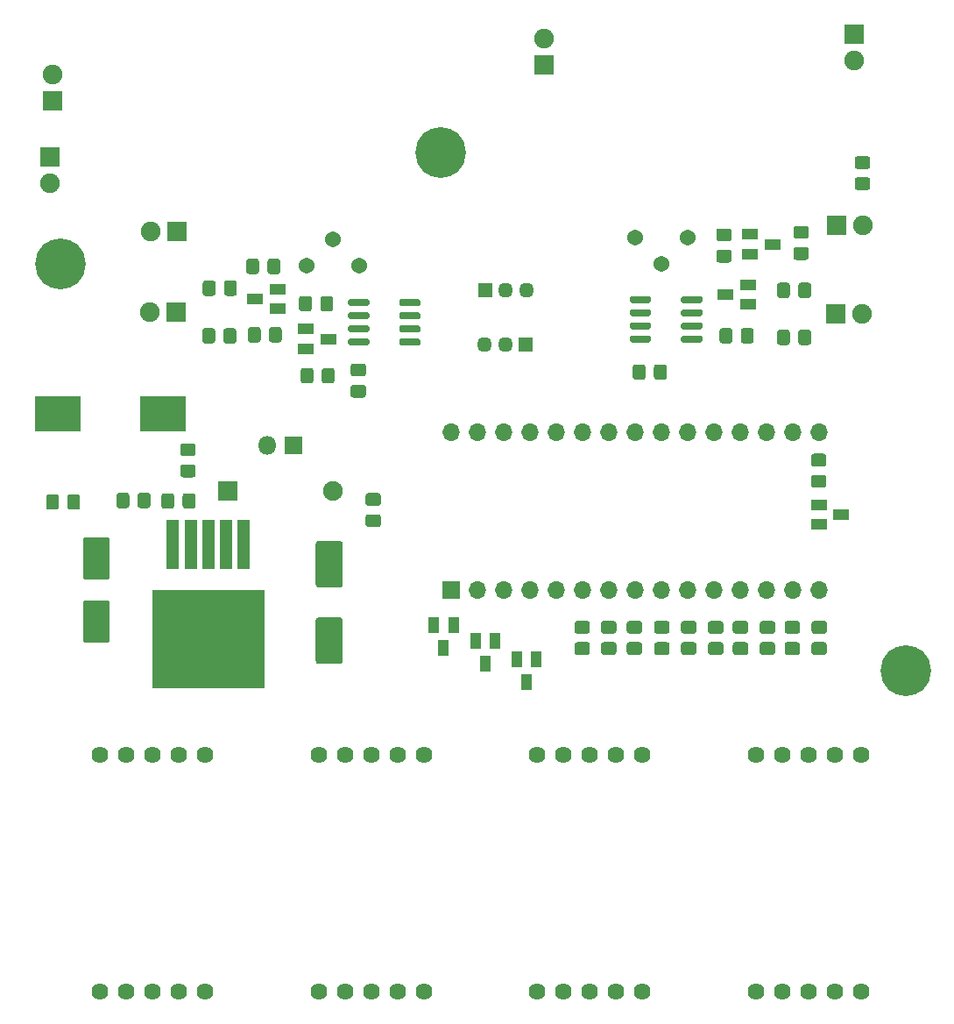
<source format=gbr>
%TF.GenerationSoftware,KiCad,Pcbnew,(5.1.6)-1*%
%TF.CreationDate,2020-12-04T16:37:21+02:00*%
%TF.ProjectId,Tahometrs,5461686f-6d65-4747-9273-2e6b69636164,rev?*%
%TF.SameCoordinates,Original*%
%TF.FileFunction,Soldermask,Top*%
%TF.FilePolarity,Negative*%
%FSLAX46Y46*%
G04 Gerber Fmt 4.6, Leading zero omitted, Abs format (unit mm)*
G04 Created by KiCad (PCBNEW (5.1.6)-1) date 2020-12-04 16:37:21*
%MOMM*%
%LPD*%
G01*
G04 APERTURE LIST*
%ADD10C,4.900000*%
%ADD11R,1.200000X4.700000*%
%ADD12R,10.900000X9.500000*%
%ADD13R,1.700000X1.700000*%
%ADD14O,1.700000X1.700000*%
%ADD15R,1.900000X1.900000*%
%ADD16C,1.900000*%
%ADD17O,1.900000X1.900000*%
%ADD18O,1.450000X1.450000*%
%ADD19R,1.450000X1.450000*%
%ADD20R,1.500000X1.100000*%
%ADD21C,1.540000*%
%ADD22R,1.100000X1.500000*%
%ADD23C,1.624000*%
%ADD24R,1.800000X1.800000*%
%ADD25O,1.800000X1.800000*%
%ADD26R,4.500000X3.500000*%
G04 APERTURE END LIST*
D10*
%TO.C,REF\u002A\u002A*%
X130750000Y-55750000D03*
%TD*%
%TO.C,REF\u002A\u002A*%
X167500000Y-45000000D03*
%TD*%
%TO.C,REF\u002A\u002A*%
X212500000Y-95000000D03*
%TD*%
%TO.C,C5*%
G36*
G01*
X203325000Y-57821738D02*
X203325000Y-58778262D01*
G75*
G02*
X203053262Y-59050000I-271738J0D01*
G01*
X202346738Y-59050000D01*
G75*
G02*
X202075000Y-58778262I0J271738D01*
G01*
X202075000Y-57821738D01*
G75*
G02*
X202346738Y-57550000I271738J0D01*
G01*
X203053262Y-57550000D01*
G75*
G02*
X203325000Y-57821738I0J-271738D01*
G01*
G37*
G36*
G01*
X201275000Y-57821738D02*
X201275000Y-58778262D01*
G75*
G02*
X201003262Y-59050000I-271738J0D01*
G01*
X200296738Y-59050000D01*
G75*
G02*
X200025000Y-58778262I0J271738D01*
G01*
X200025000Y-57821738D01*
G75*
G02*
X200296738Y-57550000I271738J0D01*
G01*
X201003262Y-57550000D01*
G75*
G02*
X201275000Y-57821738I0J-271738D01*
G01*
G37*
%TD*%
%TO.C,R1*%
G36*
G01*
X204578262Y-91475000D02*
X203621738Y-91475000D01*
G75*
G02*
X203350000Y-91203262I0J271738D01*
G01*
X203350000Y-90496738D01*
G75*
G02*
X203621738Y-90225000I271738J0D01*
G01*
X204578262Y-90225000D01*
G75*
G02*
X204850000Y-90496738I0J-271738D01*
G01*
X204850000Y-91203262D01*
G75*
G02*
X204578262Y-91475000I-271738J0D01*
G01*
G37*
G36*
G01*
X204578262Y-93525000D02*
X203621738Y-93525000D01*
G75*
G02*
X203350000Y-93253262I0J271738D01*
G01*
X203350000Y-92546738D01*
G75*
G02*
X203621738Y-92275000I271738J0D01*
G01*
X204578262Y-92275000D01*
G75*
G02*
X204850000Y-92546738I0J-271738D01*
G01*
X204850000Y-93253262D01*
G75*
G02*
X204578262Y-93525000I-271738J0D01*
G01*
G37*
%TD*%
%TO.C,R2*%
G36*
G01*
X201978262Y-93525000D02*
X201021738Y-93525000D01*
G75*
G02*
X200750000Y-93253262I0J271738D01*
G01*
X200750000Y-92546738D01*
G75*
G02*
X201021738Y-92275000I271738J0D01*
G01*
X201978262Y-92275000D01*
G75*
G02*
X202250000Y-92546738I0J-271738D01*
G01*
X202250000Y-93253262D01*
G75*
G02*
X201978262Y-93525000I-271738J0D01*
G01*
G37*
G36*
G01*
X201978262Y-91475000D02*
X201021738Y-91475000D01*
G75*
G02*
X200750000Y-91203262I0J271738D01*
G01*
X200750000Y-90496738D01*
G75*
G02*
X201021738Y-90225000I271738J0D01*
G01*
X201978262Y-90225000D01*
G75*
G02*
X202250000Y-90496738I0J-271738D01*
G01*
X202250000Y-91203262D01*
G75*
G02*
X201978262Y-91475000I-271738J0D01*
G01*
G37*
%TD*%
%TO.C,R3*%
G36*
G01*
X199578262Y-91475000D02*
X198621738Y-91475000D01*
G75*
G02*
X198350000Y-91203262I0J271738D01*
G01*
X198350000Y-90496738D01*
G75*
G02*
X198621738Y-90225000I271738J0D01*
G01*
X199578262Y-90225000D01*
G75*
G02*
X199850000Y-90496738I0J-271738D01*
G01*
X199850000Y-91203262D01*
G75*
G02*
X199578262Y-91475000I-271738J0D01*
G01*
G37*
G36*
G01*
X199578262Y-93525000D02*
X198621738Y-93525000D01*
G75*
G02*
X198350000Y-93253262I0J271738D01*
G01*
X198350000Y-92546738D01*
G75*
G02*
X198621738Y-92275000I271738J0D01*
G01*
X199578262Y-92275000D01*
G75*
G02*
X199850000Y-92546738I0J-271738D01*
G01*
X199850000Y-93253262D01*
G75*
G02*
X199578262Y-93525000I-271738J0D01*
G01*
G37*
%TD*%
%TO.C,R4*%
G36*
G01*
X196978262Y-93525000D02*
X196021738Y-93525000D01*
G75*
G02*
X195750000Y-93253262I0J271738D01*
G01*
X195750000Y-92546738D01*
G75*
G02*
X196021738Y-92275000I271738J0D01*
G01*
X196978262Y-92275000D01*
G75*
G02*
X197250000Y-92546738I0J-271738D01*
G01*
X197250000Y-93253262D01*
G75*
G02*
X196978262Y-93525000I-271738J0D01*
G01*
G37*
G36*
G01*
X196978262Y-91475000D02*
X196021738Y-91475000D01*
G75*
G02*
X195750000Y-91203262I0J271738D01*
G01*
X195750000Y-90496738D01*
G75*
G02*
X196021738Y-90225000I271738J0D01*
G01*
X196978262Y-90225000D01*
G75*
G02*
X197250000Y-90496738I0J-271738D01*
G01*
X197250000Y-91203262D01*
G75*
G02*
X196978262Y-91475000I-271738J0D01*
G01*
G37*
%TD*%
%TO.C,R5*%
G36*
G01*
X194578262Y-93525000D02*
X193621738Y-93525000D01*
G75*
G02*
X193350000Y-93253262I0J271738D01*
G01*
X193350000Y-92546738D01*
G75*
G02*
X193621738Y-92275000I271738J0D01*
G01*
X194578262Y-92275000D01*
G75*
G02*
X194850000Y-92546738I0J-271738D01*
G01*
X194850000Y-93253262D01*
G75*
G02*
X194578262Y-93525000I-271738J0D01*
G01*
G37*
G36*
G01*
X194578262Y-91475000D02*
X193621738Y-91475000D01*
G75*
G02*
X193350000Y-91203262I0J271738D01*
G01*
X193350000Y-90496738D01*
G75*
G02*
X193621738Y-90225000I271738J0D01*
G01*
X194578262Y-90225000D01*
G75*
G02*
X194850000Y-90496738I0J-271738D01*
G01*
X194850000Y-91203262D01*
G75*
G02*
X194578262Y-91475000I-271738J0D01*
G01*
G37*
%TD*%
%TO.C,R6*%
G36*
G01*
X191978262Y-91475000D02*
X191021738Y-91475000D01*
G75*
G02*
X190750000Y-91203262I0J271738D01*
G01*
X190750000Y-90496738D01*
G75*
G02*
X191021738Y-90225000I271738J0D01*
G01*
X191978262Y-90225000D01*
G75*
G02*
X192250000Y-90496738I0J-271738D01*
G01*
X192250000Y-91203262D01*
G75*
G02*
X191978262Y-91475000I-271738J0D01*
G01*
G37*
G36*
G01*
X191978262Y-93525000D02*
X191021738Y-93525000D01*
G75*
G02*
X190750000Y-93253262I0J271738D01*
G01*
X190750000Y-92546738D01*
G75*
G02*
X191021738Y-92275000I271738J0D01*
G01*
X191978262Y-92275000D01*
G75*
G02*
X192250000Y-92546738I0J-271738D01*
G01*
X192250000Y-93253262D01*
G75*
G02*
X191978262Y-93525000I-271738J0D01*
G01*
G37*
%TD*%
%TO.C,R7*%
G36*
G01*
X189378262Y-93525000D02*
X188421738Y-93525000D01*
G75*
G02*
X188150000Y-93253262I0J271738D01*
G01*
X188150000Y-92546738D01*
G75*
G02*
X188421738Y-92275000I271738J0D01*
G01*
X189378262Y-92275000D01*
G75*
G02*
X189650000Y-92546738I0J-271738D01*
G01*
X189650000Y-93253262D01*
G75*
G02*
X189378262Y-93525000I-271738J0D01*
G01*
G37*
G36*
G01*
X189378262Y-91475000D02*
X188421738Y-91475000D01*
G75*
G02*
X188150000Y-91203262I0J271738D01*
G01*
X188150000Y-90496738D01*
G75*
G02*
X188421738Y-90225000I271738J0D01*
G01*
X189378262Y-90225000D01*
G75*
G02*
X189650000Y-90496738I0J-271738D01*
G01*
X189650000Y-91203262D01*
G75*
G02*
X189378262Y-91475000I-271738J0D01*
G01*
G37*
%TD*%
%TO.C,R17*%
G36*
G01*
X208758262Y-48640000D02*
X207801738Y-48640000D01*
G75*
G02*
X207530000Y-48368262I0J271738D01*
G01*
X207530000Y-47661738D01*
G75*
G02*
X207801738Y-47390000I271738J0D01*
G01*
X208758262Y-47390000D01*
G75*
G02*
X209030000Y-47661738I0J-271738D01*
G01*
X209030000Y-48368262D01*
G75*
G02*
X208758262Y-48640000I-271738J0D01*
G01*
G37*
G36*
G01*
X208758262Y-46590000D02*
X207801738Y-46590000D01*
G75*
G02*
X207530000Y-46318262I0J271738D01*
G01*
X207530000Y-45611738D01*
G75*
G02*
X207801738Y-45340000I271738J0D01*
G01*
X208758262Y-45340000D01*
G75*
G02*
X209030000Y-45611738I0J-271738D01*
G01*
X209030000Y-46318262D01*
G75*
G02*
X208758262Y-46590000I-271738J0D01*
G01*
G37*
%TD*%
%TO.C,R19*%
G36*
G01*
X188125000Y-66678262D02*
X188125000Y-65721738D01*
G75*
G02*
X188396738Y-65450000I271738J0D01*
G01*
X189103262Y-65450000D01*
G75*
G02*
X189375000Y-65721738I0J-271738D01*
G01*
X189375000Y-66678262D01*
G75*
G02*
X189103262Y-66950000I-271738J0D01*
G01*
X188396738Y-66950000D01*
G75*
G02*
X188125000Y-66678262I0J271738D01*
G01*
G37*
G36*
G01*
X186075000Y-66678262D02*
X186075000Y-65721738D01*
G75*
G02*
X186346738Y-65450000I271738J0D01*
G01*
X187053262Y-65450000D01*
G75*
G02*
X187325000Y-65721738I0J-271738D01*
G01*
X187325000Y-66678262D01*
G75*
G02*
X187053262Y-66950000I-271738J0D01*
G01*
X186346738Y-66950000D01*
G75*
G02*
X186075000Y-66678262I0J271738D01*
G01*
G37*
%TD*%
D11*
%TO.C,U4*%
X148450000Y-82825000D03*
X146750000Y-82825000D03*
X145050000Y-82825000D03*
X143350000Y-82825000D03*
X141650000Y-82825000D03*
D12*
X145050000Y-91975000D03*
%TD*%
%TO.C,U7*%
G36*
G01*
X185800000Y-59370000D02*
X185800000Y-59020000D01*
G75*
G02*
X185975000Y-58845000I175000J0D01*
G01*
X187675000Y-58845000D01*
G75*
G02*
X187850000Y-59020000I0J-175000D01*
G01*
X187850000Y-59370000D01*
G75*
G02*
X187675000Y-59545000I-175000J0D01*
G01*
X185975000Y-59545000D01*
G75*
G02*
X185800000Y-59370000I0J175000D01*
G01*
G37*
G36*
G01*
X185800000Y-60640000D02*
X185800000Y-60290000D01*
G75*
G02*
X185975000Y-60115000I175000J0D01*
G01*
X187675000Y-60115000D01*
G75*
G02*
X187850000Y-60290000I0J-175000D01*
G01*
X187850000Y-60640000D01*
G75*
G02*
X187675000Y-60815000I-175000J0D01*
G01*
X185975000Y-60815000D01*
G75*
G02*
X185800000Y-60640000I0J175000D01*
G01*
G37*
G36*
G01*
X185800000Y-61910000D02*
X185800000Y-61560000D01*
G75*
G02*
X185975000Y-61385000I175000J0D01*
G01*
X187675000Y-61385000D01*
G75*
G02*
X187850000Y-61560000I0J-175000D01*
G01*
X187850000Y-61910000D01*
G75*
G02*
X187675000Y-62085000I-175000J0D01*
G01*
X185975000Y-62085000D01*
G75*
G02*
X185800000Y-61910000I0J175000D01*
G01*
G37*
G36*
G01*
X185800000Y-63180000D02*
X185800000Y-62830000D01*
G75*
G02*
X185975000Y-62655000I175000J0D01*
G01*
X187675000Y-62655000D01*
G75*
G02*
X187850000Y-62830000I0J-175000D01*
G01*
X187850000Y-63180000D01*
G75*
G02*
X187675000Y-63355000I-175000J0D01*
G01*
X185975000Y-63355000D01*
G75*
G02*
X185800000Y-63180000I0J175000D01*
G01*
G37*
G36*
G01*
X190750000Y-63180000D02*
X190750000Y-62830000D01*
G75*
G02*
X190925000Y-62655000I175000J0D01*
G01*
X192625000Y-62655000D01*
G75*
G02*
X192800000Y-62830000I0J-175000D01*
G01*
X192800000Y-63180000D01*
G75*
G02*
X192625000Y-63355000I-175000J0D01*
G01*
X190925000Y-63355000D01*
G75*
G02*
X190750000Y-63180000I0J175000D01*
G01*
G37*
G36*
G01*
X190750000Y-61910000D02*
X190750000Y-61560000D01*
G75*
G02*
X190925000Y-61385000I175000J0D01*
G01*
X192625000Y-61385000D01*
G75*
G02*
X192800000Y-61560000I0J-175000D01*
G01*
X192800000Y-61910000D01*
G75*
G02*
X192625000Y-62085000I-175000J0D01*
G01*
X190925000Y-62085000D01*
G75*
G02*
X190750000Y-61910000I0J175000D01*
G01*
G37*
G36*
G01*
X190750000Y-60640000D02*
X190750000Y-60290000D01*
G75*
G02*
X190925000Y-60115000I175000J0D01*
G01*
X192625000Y-60115000D01*
G75*
G02*
X192800000Y-60290000I0J-175000D01*
G01*
X192800000Y-60640000D01*
G75*
G02*
X192625000Y-60815000I-175000J0D01*
G01*
X190925000Y-60815000D01*
G75*
G02*
X190750000Y-60640000I0J175000D01*
G01*
G37*
G36*
G01*
X190750000Y-59370000D02*
X190750000Y-59020000D01*
G75*
G02*
X190925000Y-58845000I175000J0D01*
G01*
X192625000Y-58845000D01*
G75*
G02*
X192800000Y-59020000I0J-175000D01*
G01*
X192800000Y-59370000D01*
G75*
G02*
X192625000Y-59545000I-175000J0D01*
G01*
X190925000Y-59545000D01*
G75*
G02*
X190750000Y-59370000I0J175000D01*
G01*
G37*
%TD*%
D13*
%TO.C,A1*%
X168500000Y-87250000D03*
D14*
X201520000Y-72010000D03*
X171040000Y-87250000D03*
X198980000Y-72010000D03*
X173580000Y-87250000D03*
X196440000Y-72010000D03*
X176120000Y-87250000D03*
X193900000Y-72010000D03*
X178660000Y-87250000D03*
X191360000Y-72010000D03*
X181200000Y-87250000D03*
X188820000Y-72010000D03*
X183740000Y-87250000D03*
X186280000Y-72010000D03*
X186280000Y-87250000D03*
X183740000Y-72010000D03*
X188820000Y-87250000D03*
X181200000Y-72010000D03*
X191360000Y-87250000D03*
X178660000Y-72010000D03*
X193900000Y-87250000D03*
X176120000Y-72010000D03*
X196440000Y-87250000D03*
X173580000Y-72010000D03*
X198980000Y-87250000D03*
X171040000Y-72010000D03*
X201520000Y-87250000D03*
X168500000Y-72010000D03*
X204060000Y-87250000D03*
X204060000Y-72010000D03*
%TD*%
%TO.C,C1*%
G36*
G01*
X155710000Y-82500000D02*
X157790000Y-82500000D01*
G75*
G02*
X158050000Y-82760000I0J-260000D01*
G01*
X158050000Y-86740000D01*
G75*
G02*
X157790000Y-87000000I-260000J0D01*
G01*
X155710000Y-87000000D01*
G75*
G02*
X155450000Y-86740000I0J260000D01*
G01*
X155450000Y-82760000D01*
G75*
G02*
X155710000Y-82500000I260000J0D01*
G01*
G37*
G36*
G01*
X155710000Y-89900000D02*
X157790000Y-89900000D01*
G75*
G02*
X158050000Y-90160000I0J-260000D01*
G01*
X158050000Y-94140000D01*
G75*
G02*
X157790000Y-94400000I-260000J0D01*
G01*
X155710000Y-94400000D01*
G75*
G02*
X155450000Y-94140000I0J260000D01*
G01*
X155450000Y-90160000D01*
G75*
G02*
X155710000Y-89900000I260000J0D01*
G01*
G37*
%TD*%
%TO.C,C2*%
G36*
G01*
X133210000Y-82150000D02*
X135290000Y-82150000D01*
G75*
G02*
X135550000Y-82410000I0J-260000D01*
G01*
X135550000Y-85990000D01*
G75*
G02*
X135290000Y-86250000I-260000J0D01*
G01*
X133210000Y-86250000D01*
G75*
G02*
X132950000Y-85990000I0J260000D01*
G01*
X132950000Y-82410000D01*
G75*
G02*
X133210000Y-82150000I260000J0D01*
G01*
G37*
G36*
G01*
X133210000Y-88250000D02*
X135290000Y-88250000D01*
G75*
G02*
X135550000Y-88510000I0J-260000D01*
G01*
X135550000Y-92090000D01*
G75*
G02*
X135290000Y-92350000I-260000J0D01*
G01*
X133210000Y-92350000D01*
G75*
G02*
X132950000Y-92090000I0J260000D01*
G01*
X132950000Y-88510000D01*
G75*
G02*
X133210000Y-88250000I260000J0D01*
G01*
G37*
%TD*%
%TO.C,C4*%
G36*
G01*
X144525000Y-58578262D02*
X144525000Y-57621738D01*
G75*
G02*
X144796738Y-57350000I271738J0D01*
G01*
X145503262Y-57350000D01*
G75*
G02*
X145775000Y-57621738I0J-271738D01*
G01*
X145775000Y-58578262D01*
G75*
G02*
X145503262Y-58850000I-271738J0D01*
G01*
X144796738Y-58850000D01*
G75*
G02*
X144525000Y-58578262I0J271738D01*
G01*
G37*
G36*
G01*
X146575000Y-58578262D02*
X146575000Y-57621738D01*
G75*
G02*
X146846738Y-57350000I271738J0D01*
G01*
X147553262Y-57350000D01*
G75*
G02*
X147825000Y-57621738I0J-271738D01*
G01*
X147825000Y-58578262D01*
G75*
G02*
X147553262Y-58850000I-271738J0D01*
G01*
X146846738Y-58850000D01*
G75*
G02*
X146575000Y-58578262I0J271738D01*
G01*
G37*
%TD*%
D15*
%TO.C,D2*%
X205710000Y-60550000D03*
D16*
X208250000Y-60550000D03*
%TD*%
%TO.C,D3*%
X130000000Y-37460000D03*
D15*
X130000000Y-40000000D03*
%TD*%
D16*
%TO.C,D4*%
X207500000Y-36100000D03*
D15*
X207500000Y-33560000D03*
%TD*%
%TO.C,D5*%
X146900000Y-77650000D03*
D17*
X157060000Y-77650000D03*
%TD*%
D18*
%TO.C,J1*%
X175800000Y-58250000D03*
X173800000Y-58250000D03*
D19*
X171800000Y-58250000D03*
%TD*%
%TO.C,J3*%
X175750000Y-63550000D03*
D18*
X173750000Y-63550000D03*
X171750000Y-63550000D03*
%TD*%
D20*
%TO.C,Q7*%
X149550000Y-59150000D03*
X151750000Y-58200000D03*
X151750000Y-60100000D03*
%TD*%
%TO.C,Q8*%
X197400000Y-52900000D03*
X197400000Y-54800000D03*
X199600000Y-53850000D03*
%TD*%
%TO.C,Q9*%
X154450000Y-62050000D03*
X154450000Y-63950000D03*
X156650000Y-63000000D03*
%TD*%
%TO.C,Q10*%
X195000000Y-58700000D03*
X197200000Y-57750000D03*
X197200000Y-59650000D03*
%TD*%
%TO.C,R8*%
G36*
G01*
X186728262Y-91475000D02*
X185771738Y-91475000D01*
G75*
G02*
X185500000Y-91203262I0J271738D01*
G01*
X185500000Y-90496738D01*
G75*
G02*
X185771738Y-90225000I271738J0D01*
G01*
X186728262Y-90225000D01*
G75*
G02*
X187000000Y-90496738I0J-271738D01*
G01*
X187000000Y-91203262D01*
G75*
G02*
X186728262Y-91475000I-271738J0D01*
G01*
G37*
G36*
G01*
X186728262Y-93525000D02*
X185771738Y-93525000D01*
G75*
G02*
X185500000Y-93253262I0J271738D01*
G01*
X185500000Y-92546738D01*
G75*
G02*
X185771738Y-92275000I271738J0D01*
G01*
X186728262Y-92275000D01*
G75*
G02*
X187000000Y-92546738I0J-271738D01*
G01*
X187000000Y-93253262D01*
G75*
G02*
X186728262Y-93525000I-271738J0D01*
G01*
G37*
%TD*%
%TO.C,R9*%
G36*
G01*
X184228262Y-93525000D02*
X183271738Y-93525000D01*
G75*
G02*
X183000000Y-93253262I0J271738D01*
G01*
X183000000Y-92546738D01*
G75*
G02*
X183271738Y-92275000I271738J0D01*
G01*
X184228262Y-92275000D01*
G75*
G02*
X184500000Y-92546738I0J-271738D01*
G01*
X184500000Y-93253262D01*
G75*
G02*
X184228262Y-93525000I-271738J0D01*
G01*
G37*
G36*
G01*
X184228262Y-91475000D02*
X183271738Y-91475000D01*
G75*
G02*
X183000000Y-91203262I0J271738D01*
G01*
X183000000Y-90496738D01*
G75*
G02*
X183271738Y-90225000I271738J0D01*
G01*
X184228262Y-90225000D01*
G75*
G02*
X184500000Y-90496738I0J-271738D01*
G01*
X184500000Y-91203262D01*
G75*
G02*
X184228262Y-91475000I-271738J0D01*
G01*
G37*
%TD*%
%TO.C,R10*%
G36*
G01*
X181678262Y-91475000D02*
X180721738Y-91475000D01*
G75*
G02*
X180450000Y-91203262I0J271738D01*
G01*
X180450000Y-90496738D01*
G75*
G02*
X180721738Y-90225000I271738J0D01*
G01*
X181678262Y-90225000D01*
G75*
G02*
X181950000Y-90496738I0J-271738D01*
G01*
X181950000Y-91203262D01*
G75*
G02*
X181678262Y-91475000I-271738J0D01*
G01*
G37*
G36*
G01*
X181678262Y-93525000D02*
X180721738Y-93525000D01*
G75*
G02*
X180450000Y-93253262I0J271738D01*
G01*
X180450000Y-92546738D01*
G75*
G02*
X180721738Y-92275000I271738J0D01*
G01*
X181678262Y-92275000D01*
G75*
G02*
X181950000Y-92546738I0J-271738D01*
G01*
X181950000Y-93253262D01*
G75*
G02*
X181678262Y-93525000I-271738J0D01*
G01*
G37*
%TD*%
%TO.C,R11*%
G36*
G01*
X142621738Y-73075000D02*
X143578262Y-73075000D01*
G75*
G02*
X143850000Y-73346738I0J-271738D01*
G01*
X143850000Y-74053262D01*
G75*
G02*
X143578262Y-74325000I-271738J0D01*
G01*
X142621738Y-74325000D01*
G75*
G02*
X142350000Y-74053262I0J271738D01*
G01*
X142350000Y-73346738D01*
G75*
G02*
X142621738Y-73075000I271738J0D01*
G01*
G37*
G36*
G01*
X142621738Y-75125000D02*
X143578262Y-75125000D01*
G75*
G02*
X143850000Y-75396738I0J-271738D01*
G01*
X143850000Y-76103262D01*
G75*
G02*
X143578262Y-76375000I-271738J0D01*
G01*
X142621738Y-76375000D01*
G75*
G02*
X142350000Y-76103262I0J271738D01*
G01*
X142350000Y-75396738D01*
G75*
G02*
X142621738Y-75125000I271738J0D01*
G01*
G37*
%TD*%
%TO.C,R12*%
G36*
G01*
X142575000Y-79128262D02*
X142575000Y-78171738D01*
G75*
G02*
X142846738Y-77900000I271738J0D01*
G01*
X143553262Y-77900000D01*
G75*
G02*
X143825000Y-78171738I0J-271738D01*
G01*
X143825000Y-79128262D01*
G75*
G02*
X143553262Y-79400000I-271738J0D01*
G01*
X142846738Y-79400000D01*
G75*
G02*
X142575000Y-79128262I0J271738D01*
G01*
G37*
G36*
G01*
X140525000Y-79128262D02*
X140525000Y-78171738D01*
G75*
G02*
X140796738Y-77900000I271738J0D01*
G01*
X141503262Y-77900000D01*
G75*
G02*
X141775000Y-78171738I0J-271738D01*
G01*
X141775000Y-79128262D01*
G75*
G02*
X141503262Y-79400000I-271738J0D01*
G01*
X140796738Y-79400000D01*
G75*
G02*
X140525000Y-79128262I0J271738D01*
G01*
G37*
%TD*%
%TO.C,R13*%
G36*
G01*
X204528262Y-77375000D02*
X203571738Y-77375000D01*
G75*
G02*
X203300000Y-77103262I0J271738D01*
G01*
X203300000Y-76396738D01*
G75*
G02*
X203571738Y-76125000I271738J0D01*
G01*
X204528262Y-76125000D01*
G75*
G02*
X204800000Y-76396738I0J-271738D01*
G01*
X204800000Y-77103262D01*
G75*
G02*
X204528262Y-77375000I-271738J0D01*
G01*
G37*
G36*
G01*
X204528262Y-75325000D02*
X203571738Y-75325000D01*
G75*
G02*
X203300000Y-75053262I0J271738D01*
G01*
X203300000Y-74346738D01*
G75*
G02*
X203571738Y-74075000I271738J0D01*
G01*
X204528262Y-74075000D01*
G75*
G02*
X204800000Y-74346738I0J-271738D01*
G01*
X204800000Y-75053262D01*
G75*
G02*
X204528262Y-75325000I-271738J0D01*
G01*
G37*
%TD*%
%TO.C,R14*%
G36*
G01*
X144475000Y-63178262D02*
X144475000Y-62221738D01*
G75*
G02*
X144746738Y-61950000I271738J0D01*
G01*
X145453262Y-61950000D01*
G75*
G02*
X145725000Y-62221738I0J-271738D01*
G01*
X145725000Y-63178262D01*
G75*
G02*
X145453262Y-63450000I-271738J0D01*
G01*
X144746738Y-63450000D01*
G75*
G02*
X144475000Y-63178262I0J271738D01*
G01*
G37*
G36*
G01*
X146525000Y-63178262D02*
X146525000Y-62221738D01*
G75*
G02*
X146796738Y-61950000I271738J0D01*
G01*
X147503262Y-61950000D01*
G75*
G02*
X147775000Y-62221738I0J-271738D01*
G01*
X147775000Y-63178262D01*
G75*
G02*
X147503262Y-63450000I-271738J0D01*
G01*
X146796738Y-63450000D01*
G75*
G02*
X146525000Y-63178262I0J271738D01*
G01*
G37*
%TD*%
%TO.C,R15*%
G36*
G01*
X201275000Y-62371738D02*
X201275000Y-63328262D01*
G75*
G02*
X201003262Y-63600000I-271738J0D01*
G01*
X200296738Y-63600000D01*
G75*
G02*
X200025000Y-63328262I0J271738D01*
G01*
X200025000Y-62371738D01*
G75*
G02*
X200296738Y-62100000I271738J0D01*
G01*
X201003262Y-62100000D01*
G75*
G02*
X201275000Y-62371738I0J-271738D01*
G01*
G37*
G36*
G01*
X203325000Y-62371738D02*
X203325000Y-63328262D01*
G75*
G02*
X203053262Y-63600000I-271738J0D01*
G01*
X202346738Y-63600000D01*
G75*
G02*
X202075000Y-63328262I0J271738D01*
G01*
X202075000Y-62371738D01*
G75*
G02*
X202346738Y-62100000I271738J0D01*
G01*
X203053262Y-62100000D01*
G75*
G02*
X203325000Y-62371738I0J-271738D01*
G01*
G37*
%TD*%
%TO.C,R16*%
G36*
G01*
X156025000Y-67028262D02*
X156025000Y-66071738D01*
G75*
G02*
X156296738Y-65800000I271738J0D01*
G01*
X157003262Y-65800000D01*
G75*
G02*
X157275000Y-66071738I0J-271738D01*
G01*
X157275000Y-67028262D01*
G75*
G02*
X157003262Y-67300000I-271738J0D01*
G01*
X156296738Y-67300000D01*
G75*
G02*
X156025000Y-67028262I0J271738D01*
G01*
G37*
G36*
G01*
X153975000Y-67028262D02*
X153975000Y-66071738D01*
G75*
G02*
X154246738Y-65800000I271738J0D01*
G01*
X154953262Y-65800000D01*
G75*
G02*
X155225000Y-66071738I0J-271738D01*
G01*
X155225000Y-67028262D01*
G75*
G02*
X154953262Y-67300000I-271738J0D01*
G01*
X154246738Y-67300000D01*
G75*
G02*
X153975000Y-67028262I0J271738D01*
G01*
G37*
%TD*%
%TO.C,R18*%
G36*
G01*
X159071738Y-65375000D02*
X160028262Y-65375000D01*
G75*
G02*
X160300000Y-65646738I0J-271738D01*
G01*
X160300000Y-66353262D01*
G75*
G02*
X160028262Y-66625000I-271738J0D01*
G01*
X159071738Y-66625000D01*
G75*
G02*
X158800000Y-66353262I0J271738D01*
G01*
X158800000Y-65646738D01*
G75*
G02*
X159071738Y-65375000I271738J0D01*
G01*
G37*
G36*
G01*
X159071738Y-67425000D02*
X160028262Y-67425000D01*
G75*
G02*
X160300000Y-67696738I0J-271738D01*
G01*
X160300000Y-68403262D01*
G75*
G02*
X160028262Y-68675000I-271738J0D01*
G01*
X159071738Y-68675000D01*
G75*
G02*
X158800000Y-68403262I0J271738D01*
G01*
X158800000Y-67696738D01*
G75*
G02*
X159071738Y-67425000I271738J0D01*
G01*
G37*
%TD*%
%TO.C,R20*%
G36*
G01*
X136175000Y-79078262D02*
X136175000Y-78121738D01*
G75*
G02*
X136446738Y-77850000I271738J0D01*
G01*
X137153262Y-77850000D01*
G75*
G02*
X137425000Y-78121738I0J-271738D01*
G01*
X137425000Y-79078262D01*
G75*
G02*
X137153262Y-79350000I-271738J0D01*
G01*
X136446738Y-79350000D01*
G75*
G02*
X136175000Y-79078262I0J271738D01*
G01*
G37*
G36*
G01*
X138225000Y-79078262D02*
X138225000Y-78121738D01*
G75*
G02*
X138496738Y-77850000I271738J0D01*
G01*
X139203262Y-77850000D01*
G75*
G02*
X139475000Y-78121738I0J-271738D01*
G01*
X139475000Y-79078262D01*
G75*
G02*
X139203262Y-79350000I-271738J0D01*
G01*
X138496738Y-79350000D01*
G75*
G02*
X138225000Y-79078262I0J271738D01*
G01*
G37*
%TD*%
%TO.C,R21*%
G36*
G01*
X155875000Y-60078262D02*
X155875000Y-59121738D01*
G75*
G02*
X156146738Y-58850000I271738J0D01*
G01*
X156853262Y-58850000D01*
G75*
G02*
X157125000Y-59121738I0J-271738D01*
G01*
X157125000Y-60078262D01*
G75*
G02*
X156853262Y-60350000I-271738J0D01*
G01*
X156146738Y-60350000D01*
G75*
G02*
X155875000Y-60078262I0J271738D01*
G01*
G37*
G36*
G01*
X153825000Y-60078262D02*
X153825000Y-59121738D01*
G75*
G02*
X154096738Y-58850000I271738J0D01*
G01*
X154803262Y-58850000D01*
G75*
G02*
X155075000Y-59121738I0J-271738D01*
G01*
X155075000Y-60078262D01*
G75*
G02*
X154803262Y-60350000I-271738J0D01*
G01*
X154096738Y-60350000D01*
G75*
G02*
X153825000Y-60078262I0J271738D01*
G01*
G37*
%TD*%
%TO.C,R22*%
G36*
G01*
X197775000Y-62221738D02*
X197775000Y-63178262D01*
G75*
G02*
X197503262Y-63450000I-271738J0D01*
G01*
X196796738Y-63450000D01*
G75*
G02*
X196525000Y-63178262I0J271738D01*
G01*
X196525000Y-62221738D01*
G75*
G02*
X196796738Y-61950000I271738J0D01*
G01*
X197503262Y-61950000D01*
G75*
G02*
X197775000Y-62221738I0J-271738D01*
G01*
G37*
G36*
G01*
X195725000Y-62221738D02*
X195725000Y-63178262D01*
G75*
G02*
X195453262Y-63450000I-271738J0D01*
G01*
X194746738Y-63450000D01*
G75*
G02*
X194475000Y-63178262I0J271738D01*
G01*
X194475000Y-62221738D01*
G75*
G02*
X194746738Y-61950000I271738J0D01*
G01*
X195453262Y-61950000D01*
G75*
G02*
X195725000Y-62221738I0J-271738D01*
G01*
G37*
%TD*%
%TO.C,R23*%
G36*
G01*
X148875000Y-63078262D02*
X148875000Y-62121738D01*
G75*
G02*
X149146738Y-61850000I271738J0D01*
G01*
X149853262Y-61850000D01*
G75*
G02*
X150125000Y-62121738I0J-271738D01*
G01*
X150125000Y-63078262D01*
G75*
G02*
X149853262Y-63350000I-271738J0D01*
G01*
X149146738Y-63350000D01*
G75*
G02*
X148875000Y-63078262I0J271738D01*
G01*
G37*
G36*
G01*
X150925000Y-63078262D02*
X150925000Y-62121738D01*
G75*
G02*
X151196738Y-61850000I271738J0D01*
G01*
X151903262Y-61850000D01*
G75*
G02*
X152175000Y-62121738I0J-271738D01*
G01*
X152175000Y-63078262D01*
G75*
G02*
X151903262Y-63350000I-271738J0D01*
G01*
X151196738Y-63350000D01*
G75*
G02*
X150925000Y-63078262I0J271738D01*
G01*
G37*
%TD*%
%TO.C,R24*%
G36*
G01*
X195378262Y-53575000D02*
X194421738Y-53575000D01*
G75*
G02*
X194150000Y-53303262I0J271738D01*
G01*
X194150000Y-52596738D01*
G75*
G02*
X194421738Y-52325000I271738J0D01*
G01*
X195378262Y-52325000D01*
G75*
G02*
X195650000Y-52596738I0J-271738D01*
G01*
X195650000Y-53303262D01*
G75*
G02*
X195378262Y-53575000I-271738J0D01*
G01*
G37*
G36*
G01*
X195378262Y-55625000D02*
X194421738Y-55625000D01*
G75*
G02*
X194150000Y-55353262I0J271738D01*
G01*
X194150000Y-54646738D01*
G75*
G02*
X194421738Y-54375000I271738J0D01*
G01*
X195378262Y-54375000D01*
G75*
G02*
X195650000Y-54646738I0J-271738D01*
G01*
X195650000Y-55353262D01*
G75*
G02*
X195378262Y-55625000I-271738J0D01*
G01*
G37*
%TD*%
%TO.C,R25*%
G36*
G01*
X201871738Y-52075000D02*
X202828262Y-52075000D01*
G75*
G02*
X203100000Y-52346738I0J-271738D01*
G01*
X203100000Y-53053262D01*
G75*
G02*
X202828262Y-53325000I-271738J0D01*
G01*
X201871738Y-53325000D01*
G75*
G02*
X201600000Y-53053262I0J271738D01*
G01*
X201600000Y-52346738D01*
G75*
G02*
X201871738Y-52075000I271738J0D01*
G01*
G37*
G36*
G01*
X201871738Y-54125000D02*
X202828262Y-54125000D01*
G75*
G02*
X203100000Y-54396738I0J-271738D01*
G01*
X203100000Y-55103262D01*
G75*
G02*
X202828262Y-55375000I-271738J0D01*
G01*
X201871738Y-55375000D01*
G75*
G02*
X201600000Y-55103262I0J271738D01*
G01*
X201600000Y-54396738D01*
G75*
G02*
X201871738Y-54125000I271738J0D01*
G01*
G37*
%TD*%
%TO.C,R26*%
G36*
G01*
X150775000Y-56478262D02*
X150775000Y-55521738D01*
G75*
G02*
X151046738Y-55250000I271738J0D01*
G01*
X151753262Y-55250000D01*
G75*
G02*
X152025000Y-55521738I0J-271738D01*
G01*
X152025000Y-56478262D01*
G75*
G02*
X151753262Y-56750000I-271738J0D01*
G01*
X151046738Y-56750000D01*
G75*
G02*
X150775000Y-56478262I0J271738D01*
G01*
G37*
G36*
G01*
X148725000Y-56478262D02*
X148725000Y-55521738D01*
G75*
G02*
X148996738Y-55250000I271738J0D01*
G01*
X149703262Y-55250000D01*
G75*
G02*
X149975000Y-55521738I0J-271738D01*
G01*
X149975000Y-56478262D01*
G75*
G02*
X149703262Y-56750000I-271738J0D01*
G01*
X148996738Y-56750000D01*
G75*
G02*
X148725000Y-56478262I0J271738D01*
G01*
G37*
%TD*%
D21*
%TO.C,RV1*%
X154600000Y-55950000D03*
X157140000Y-53410000D03*
X159680000Y-55950000D03*
%TD*%
%TO.C,RV2*%
X186320000Y-53250000D03*
X188860000Y-55790000D03*
X191400000Y-53250000D03*
%TD*%
%TO.C,U6*%
G36*
G01*
X158575000Y-59665000D02*
X158575000Y-59315000D01*
G75*
G02*
X158750000Y-59140000I175000J0D01*
G01*
X160450000Y-59140000D01*
G75*
G02*
X160625000Y-59315000I0J-175000D01*
G01*
X160625000Y-59665000D01*
G75*
G02*
X160450000Y-59840000I-175000J0D01*
G01*
X158750000Y-59840000D01*
G75*
G02*
X158575000Y-59665000I0J175000D01*
G01*
G37*
G36*
G01*
X158575000Y-60935000D02*
X158575000Y-60585000D01*
G75*
G02*
X158750000Y-60410000I175000J0D01*
G01*
X160450000Y-60410000D01*
G75*
G02*
X160625000Y-60585000I0J-175000D01*
G01*
X160625000Y-60935000D01*
G75*
G02*
X160450000Y-61110000I-175000J0D01*
G01*
X158750000Y-61110000D01*
G75*
G02*
X158575000Y-60935000I0J175000D01*
G01*
G37*
G36*
G01*
X158575000Y-62205000D02*
X158575000Y-61855000D01*
G75*
G02*
X158750000Y-61680000I175000J0D01*
G01*
X160450000Y-61680000D01*
G75*
G02*
X160625000Y-61855000I0J-175000D01*
G01*
X160625000Y-62205000D01*
G75*
G02*
X160450000Y-62380000I-175000J0D01*
G01*
X158750000Y-62380000D01*
G75*
G02*
X158575000Y-62205000I0J175000D01*
G01*
G37*
G36*
G01*
X158575000Y-63475000D02*
X158575000Y-63125000D01*
G75*
G02*
X158750000Y-62950000I175000J0D01*
G01*
X160450000Y-62950000D01*
G75*
G02*
X160625000Y-63125000I0J-175000D01*
G01*
X160625000Y-63475000D01*
G75*
G02*
X160450000Y-63650000I-175000J0D01*
G01*
X158750000Y-63650000D01*
G75*
G02*
X158575000Y-63475000I0J175000D01*
G01*
G37*
G36*
G01*
X163525000Y-63475000D02*
X163525000Y-63125000D01*
G75*
G02*
X163700000Y-62950000I175000J0D01*
G01*
X165400000Y-62950000D01*
G75*
G02*
X165575000Y-63125000I0J-175000D01*
G01*
X165575000Y-63475000D01*
G75*
G02*
X165400000Y-63650000I-175000J0D01*
G01*
X163700000Y-63650000D01*
G75*
G02*
X163525000Y-63475000I0J175000D01*
G01*
G37*
G36*
G01*
X163525000Y-62205000D02*
X163525000Y-61855000D01*
G75*
G02*
X163700000Y-61680000I175000J0D01*
G01*
X165400000Y-61680000D01*
G75*
G02*
X165575000Y-61855000I0J-175000D01*
G01*
X165575000Y-62205000D01*
G75*
G02*
X165400000Y-62380000I-175000J0D01*
G01*
X163700000Y-62380000D01*
G75*
G02*
X163525000Y-62205000I0J175000D01*
G01*
G37*
G36*
G01*
X163525000Y-60935000D02*
X163525000Y-60585000D01*
G75*
G02*
X163700000Y-60410000I175000J0D01*
G01*
X165400000Y-60410000D01*
G75*
G02*
X165575000Y-60585000I0J-175000D01*
G01*
X165575000Y-60935000D01*
G75*
G02*
X165400000Y-61110000I-175000J0D01*
G01*
X163700000Y-61110000D01*
G75*
G02*
X163525000Y-60935000I0J175000D01*
G01*
G37*
G36*
G01*
X163525000Y-59665000D02*
X163525000Y-59315000D01*
G75*
G02*
X163700000Y-59140000I175000J0D01*
G01*
X165400000Y-59140000D01*
G75*
G02*
X165575000Y-59315000I0J-175000D01*
G01*
X165575000Y-59665000D01*
G75*
G02*
X165400000Y-59840000I-175000J0D01*
G01*
X163700000Y-59840000D01*
G75*
G02*
X163525000Y-59665000I0J175000D01*
G01*
G37*
%TD*%
D22*
%TO.C,Q1*%
X176750000Y-93900000D03*
X174850000Y-93900000D03*
X175800000Y-96100000D03*
%TD*%
%TO.C,Q2*%
X171850000Y-94350000D03*
X170900000Y-92150000D03*
X172800000Y-92150000D03*
%TD*%
%TO.C,Q3*%
X168750000Y-90600000D03*
X166850000Y-90600000D03*
X167800000Y-92800000D03*
%TD*%
D20*
%TO.C,Q4*%
X206250000Y-79950000D03*
X204050000Y-80900000D03*
X204050000Y-79000000D03*
%TD*%
D23*
%TO.C,U1*%
X134600001Y-125990001D03*
X137140001Y-125990001D03*
X139680001Y-125990001D03*
X142220001Y-125990001D03*
X144760001Y-125990001D03*
X144760001Y-103130001D03*
X142220001Y-103130001D03*
X139680001Y-103130001D03*
X137140001Y-103130001D03*
X134600001Y-103130001D03*
%TD*%
%TO.C,U2*%
X155720001Y-103130001D03*
X158260001Y-103130001D03*
X160800001Y-103130001D03*
X163340001Y-103130001D03*
X165880001Y-103130001D03*
X165880001Y-125990001D03*
X163340001Y-125990001D03*
X160800001Y-125990001D03*
X158260001Y-125990001D03*
X155720001Y-125990001D03*
%TD*%
%TO.C,U3*%
X176840001Y-125990001D03*
X179380001Y-125990001D03*
X181920001Y-125990001D03*
X184460001Y-125990001D03*
X187000001Y-125990001D03*
X187000001Y-103130001D03*
X184460001Y-103130001D03*
X181920001Y-103130001D03*
X179380001Y-103130001D03*
X176840001Y-103130001D03*
%TD*%
%TO.C,U5*%
X197960001Y-103130001D03*
X200500001Y-103130001D03*
X203040001Y-103130001D03*
X205580001Y-103130001D03*
X208120001Y-103130001D03*
X208120001Y-125990001D03*
X205580001Y-125990001D03*
X203040001Y-125990001D03*
X200500001Y-125990001D03*
X197960001Y-125990001D03*
%TD*%
D24*
%TO.C,J2*%
X153250000Y-73300000D03*
D25*
X150710000Y-73300000D03*
%TD*%
D15*
%TO.C,D1*%
X141950000Y-60400000D03*
D16*
X139410000Y-60400000D03*
%TD*%
%TO.C,D6*%
X208300000Y-52050000D03*
D15*
X205760000Y-52050000D03*
%TD*%
%TO.C,D7*%
X142000000Y-52600000D03*
D16*
X139460000Y-52600000D03*
%TD*%
%TO.C,D8*%
X129750000Y-48000000D03*
D15*
X129750000Y-45460000D03*
%TD*%
%TO.C,D9*%
X177500000Y-36500000D03*
D16*
X177500000Y-33960000D03*
%TD*%
D26*
%TO.C,L1*%
X140700000Y-70250000D03*
X130500000Y-70250000D03*
%TD*%
%TO.C,C3*%
G36*
G01*
X161478262Y-79125000D02*
X160521738Y-79125000D01*
G75*
G02*
X160250000Y-78853262I0J271738D01*
G01*
X160250000Y-78146738D01*
G75*
G02*
X160521738Y-77875000I271738J0D01*
G01*
X161478262Y-77875000D01*
G75*
G02*
X161750000Y-78146738I0J-271738D01*
G01*
X161750000Y-78853262D01*
G75*
G02*
X161478262Y-79125000I-271738J0D01*
G01*
G37*
G36*
G01*
X161478262Y-81175000D02*
X160521738Y-81175000D01*
G75*
G02*
X160250000Y-80903262I0J271738D01*
G01*
X160250000Y-80196738D01*
G75*
G02*
X160521738Y-79925000I271738J0D01*
G01*
X161478262Y-79925000D01*
G75*
G02*
X161750000Y-80196738I0J-271738D01*
G01*
X161750000Y-80903262D01*
G75*
G02*
X161478262Y-81175000I-271738J0D01*
G01*
G37*
%TD*%
%TO.C,C6*%
G36*
G01*
X132675000Y-78271738D02*
X132675000Y-79228262D01*
G75*
G02*
X132403262Y-79500000I-271738J0D01*
G01*
X131696738Y-79500000D01*
G75*
G02*
X131425000Y-79228262I0J271738D01*
G01*
X131425000Y-78271738D01*
G75*
G02*
X131696738Y-78000000I271738J0D01*
G01*
X132403262Y-78000000D01*
G75*
G02*
X132675000Y-78271738I0J-271738D01*
G01*
G37*
G36*
G01*
X130625000Y-78271738D02*
X130625000Y-79228262D01*
G75*
G02*
X130353262Y-79500000I-271738J0D01*
G01*
X129646738Y-79500000D01*
G75*
G02*
X129375000Y-79228262I0J271738D01*
G01*
X129375000Y-78271738D01*
G75*
G02*
X129646738Y-78000000I271738J0D01*
G01*
X130353262Y-78000000D01*
G75*
G02*
X130625000Y-78271738I0J-271738D01*
G01*
G37*
%TD*%
M02*

</source>
